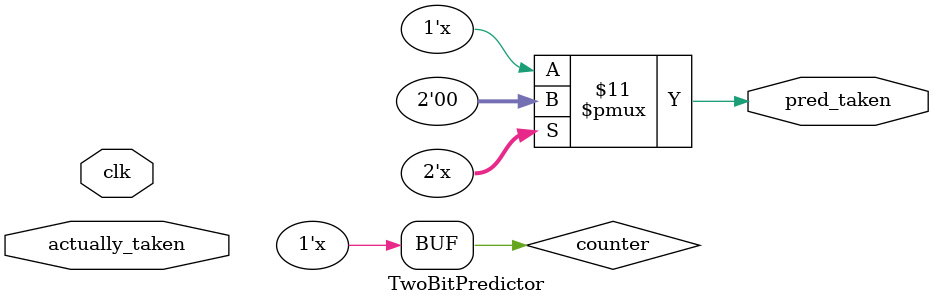
<source format=v>
module TwoBitPredictor(
    actually_taken,
    clk,
    pred_taken
);
    input actually_taken;
    input clk;
    output reg pred_taken;
    
    reg counter = 2'b00;
    
    /*

    Two bit Hysteresis counter

    */
    always @(clk) begin
        case (counter)
            2'b00: begin
                counter = actually_taken == 1 ? 2'b01 : 2'b00;
            end
            2'b01: begin
                counter = actually_taken == 1 ? 2'b11 : 2'b00;
            end
            2'b10: begin
                counter = actually_taken == 1 ? 2'b11 : 2'b00;
            end
            2'b11: begin
                counter = actually_taken == 1 ? 2'b11 : 2'b10;
            end
        endcase

        case (counter)
            2'b00: begin
                pred_taken = 0;
            end
            2'b01: begin
                pred_taken = 0;
            end
            2'b10: begin
                pred_taken = 1;
            end
            2'b11: begin
                pred_taken = 1;
            end
        endcase
    end
endmodule
</source>
